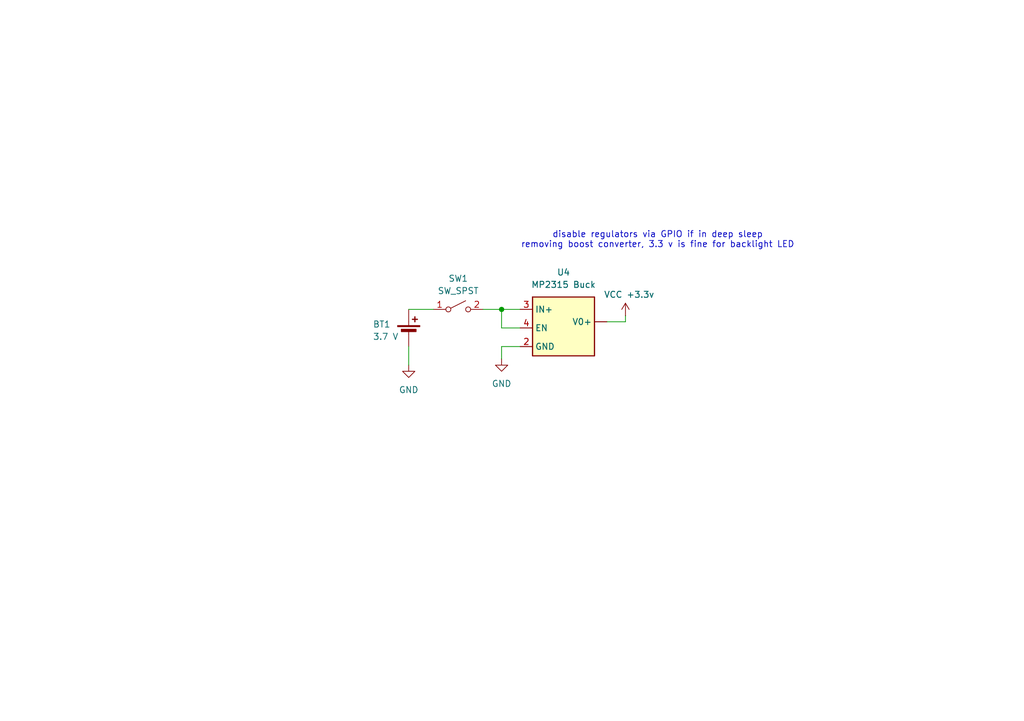
<source format=kicad_sch>
(kicad_sch (version 20250114) (generator "eeschema") (generator_version "9.0")
  (paper "A5")
  (lib_symbols
    (symbol "Device:Battery_Cell" (pin_numbers (hide yes)) (pin_names (offset 0) (hide yes))
      (property "Reference" "BT" (at 2.54 2.54 0))
      (property "Value" "Battery_Cell" (at 2.54 0 0))
      (symbol "Battery_Cell_0_1"
        (rectangle (start -2.286 1.778) (end 2.286 1.524) (fill (type outline)))
        (rectangle (start -1.524 1.016) (end 1.524 0.508) (fill (type outline)))
        (polyline (pts (xy 0 1.778) (xy 0 2.54)))
        (polyline (pts (xy 0 0.762) (xy 0 0)))
        (polyline (pts (xy 0.762 3.048) (xy 1.778 3.048)) (stroke (width 0.254)))
        (polyline (pts (xy 1.27 3.556) (xy 1.27 2.54)) (stroke (width 0.254)))
      )
      (symbol "Battery_Cell_1_1"
        (pin passive line (at 0 5.08 270) (length 2.54) (name "+") (number "1"))
        (pin passive line (at 0 -2.54 90) (length 2.54) (name "-") (number "2"))
      )
    )
    (symbol "Switch:SW_SPST" (pin_names (offset 0) (hide yes))
      (property "Reference" "SW" (at 0 3.175 0))
      (property "Value" "SW_SPST" (at 0 -2.54 0))
      (symbol "SW_SPST_0_0"
        (circle (center -2.032 0) (radius 0.508))
        (polyline (pts (xy -1.524 0.254) (xy 1.524 1.778)))
        (circle (center 2.032 0) (radius 0.508))
      )
      (symbol "SW_SPST_1_1"
        (pin passive line (at -5.08 0 0) (length 2.54) (name "A") (number "1"))
        (pin passive line (at 5.08 0 180) (length 2.54) (name "B") (number "2"))
      )
    )
    (symbol "gameboy_lib:MP2315_Mini_Adjustable_DC-DC_Step-Down_Module"
      (property "Reference" "U" (at 0 0.508 0))
      (property "Value" "MP2315" (at -0.254 -1.27 0))
      (symbol "MP2315_Mini_Adjustable_DC-DC_Step-Down_Module_1_1"
        (rectangle (start -6.35 -3.81) (end 6.35 -15.875) (stroke (width 0.254)) (fill (type background)))
        (pin input line (at -8.89 -6.35 0) (length 2.54) (name "IN+") (number "3"))
        (pin input line (at -8.89 -10.16 0) (length 2.54) (name "EN") (number "4"))
        (pin input line (at -8.89 -13.97 0) (length 2.54) (name "GND") (number "2"))
        (pin output line (at 8.89 -8.89 180) (length 2.54) (name "V0+") (number ""))
      )
    )
    (symbol "power:GND" (power) (pin_numbers (hide yes)) (pin_names (offset 0) (hide yes))
      (property "Value" "GND" (at 0 -3.81 0))
      (symbol "GND_0_1"
        (polyline (pts (xy 0 0) (xy 0 -1.27) (xy 1.27 -1.27) (xy 0 -2.54) (xy -1.27 -1.27) (xy 0 -1.27)))
      )
      (symbol "GND_1_1"
        (pin power_in line (at 0 0 270) (length 0) (name "~") (number "1"))
      )
    )
    (symbol "power:VCC" (power) (pin_numbers (hide yes)) (pin_names (offset 0) (hide yes))
      (property "Value" "VCC" (at 0 3.556 0))
      (symbol "VCC_0_1"
        (polyline (pts (xy -0.762 1.27) (xy 0 2.54)))
        (polyline (pts (xy 0 2.54) (xy 0.762 1.27)))
        (polyline (pts (xy 0 0) (xy 0 2.54)))
      )
      (symbol "VCC_1_1"
        (pin power_in line (at 0 0 90) (length 0) (name "~") (number "1"))
      )
    )
  )
  (text "disable regulators via GPIO if in deep sleep\nremoving boost converter, 3.3 v is fine for backlight LED\n" (at 134.874 49.276 0) (effects (font (size 1.27 1.27))))
  (junction (at 102.87 63.5))
  (wire (pts (xy 83.82 63.5) (xy 88.9 63.5)))
  (wire (pts (xy 102.87 63.5) (xy 102.87 67.31)))
  (wire (pts (xy 102.87 63.5) (xy 106.68 63.5)))
  (wire (pts (xy 99.06 63.5) (xy 102.87 63.5)))
  (wire (pts (xy 83.82 71.12) (xy 83.82 74.93)))
  (wire (pts (xy 106.68 71.12) (xy 102.87 71.12)))
  (wire (pts (xy 128.27 66.04) (xy 124.46 66.04)))
  (wire (pts (xy 102.87 71.12) (xy 102.87 73.66)))
  (wire (pts (xy 128.27 64.77) (xy 128.27 66.04)))
  (wire (pts (xy 102.87 67.31) (xy 106.68 67.31)))
  (symbol (lib_id "Switch:SW_SPST") (at 93.98 63.5 0) (unit 1)
    (property "Reference" "SW1" (at 93.98 57.15 0))
    (property "Value" "SW_SPST" (at 93.98 59.69 0))
    (property "Description" "Single Pole Single Throw (SPST) switch" (effects (hide yes)))
  )
  (symbol (lib_id "power:GND") (at 83.82 74.93 0) (unit 1)
    (property "Reference" "#PWR01" (effects (hide yes)))
    (property "Value" "GND" (at 83.82 80.01 0))
    (property "Description" "Power symbol creates a global label with name \"GND\" , ground" (effects (hide yes)))
  )
  (symbol (lib_id "power:VCC") (at 128.27 64.77 0) (unit 1)
    (property "Reference" "#PWR04" (effects (hide yes)))
    (property "Value" "VCC +3.3v" (at 129.032 60.452 0))
    (property "Description" "Power symbol creates a global label with name \"VCC\"" (effects (hide yes)))
  )
  (symbol (lib_id "power:GND") (at 102.87 73.66 0) (unit 1)
    (property "Reference" "#PWR02" (effects (hide yes)))
    (property "Value" "GND" (at 102.87 78.74 0))
    (property "Description" "Power symbol creates a global label with name \"GND\" , ground" (effects (hide yes)))
  )
  (symbol (lib_id "Device:Battery_Cell") (at 83.82 68.58 0) (unit 1)
    (property "Reference" "BT1" (at 76.454 66.548 0) (effects (justify left)))
    (property "Value" "3.7 V" (at 76.454 69.088 0) (effects (justify left)))
    (property "Description" "INR18650-25R" (effects (hide yes)))
  )
  (symbol (lib_id "gameboy_lib:MP2315_Mini_Adjustable_DC-DC_Step-Down_Module") (at 115.57 57.15 0) (unit 1)
    (property "Reference" "U4" (at 115.57 55.88 0))
    (property "Value" "MP2315 Buck" (at 115.57 58.42 0))
  )
)
</source>
